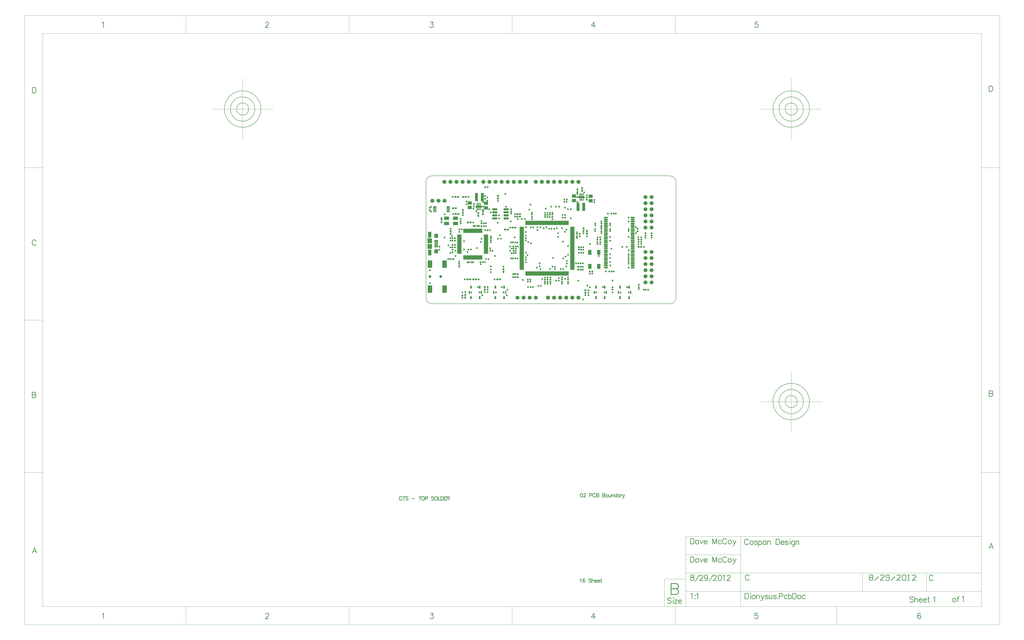
<source format=gts>
%FSLAX25Y25*%
%MOIN*%
G70*
G01*
G75*
G04 Layer_Color=8388736*
%ADD10O,0.06102X0.02165*%
%ADD11R,0.04921X0.01378*%
%ADD12O,0.07087X0.01181*%
%ADD13O,0.01181X0.07087*%
%ADD14R,0.02362X0.03937*%
%ADD15R,0.01772X0.03937*%
%ADD16R,0.07480X0.02835*%
%ADD17R,0.04921X0.07284*%
%ADD18R,0.09843X0.03543*%
%ADD19R,0.00984X0.03150*%
%ADD20R,0.07087X0.11811*%
%ADD21R,0.05118X0.09055*%
%ADD22R,0.07087X0.07480*%
%ADD23R,0.05512X0.06299*%
%ADD24R,0.05315X0.01575*%
%ADD25R,0.07874X0.04724*%
%ADD26R,0.04331X0.12598*%
%ADD27R,0.02953X0.02559*%
%ADD28R,0.02756X0.01969*%
%ADD29R,0.01969X0.02756*%
%ADD30R,0.05906X0.05118*%
%ADD31R,0.02362X0.01969*%
%ADD32R,0.02559X0.02953*%
%ADD33R,0.01969X0.02362*%
%ADD34C,0.00600*%
%ADD35C,0.01000*%
%ADD36C,0.01500*%
%ADD37C,0.02000*%
%ADD38C,0.03000*%
%ADD39C,0.00400*%
%ADD40C,0.00200*%
%ADD41C,0.01400*%
%ADD42C,0.05906*%
%ADD43C,0.03937*%
%ADD44C,0.06000*%
%ADD45C,0.02400*%
%ADD46C,0.04000*%
%ADD47C,0.06416*%
G04:AMPARAMS|DCode=48|XSize=80.157mil|YSize=80.157mil|CornerRadius=0mil|HoleSize=0mil|Usage=FLASHONLY|Rotation=0.000|XOffset=0mil|YOffset=0mil|HoleType=Round|Shape=Relief|Width=8mil|Gap=10mil|Entries=4|*
%AMTHD48*
7,0,0,0.08016,0.06016,0.00800,45*
%
%ADD48THD48*%
%ADD49C,0.08699*%
%ADD50C,0.09487*%
%ADD51C,0.14900*%
%ADD52C,0.06400*%
G04:AMPARAMS|DCode=53|XSize=80mil|YSize=80mil|CornerRadius=0mil|HoleSize=0mil|Usage=FLASHONLY|Rotation=0.000|XOffset=0mil|YOffset=0mil|HoleType=Round|Shape=Relief|Width=8mil|Gap=10mil|Entries=4|*
%AMTHD53*
7,0,0,0.08000,0.06000,0.00800,45*
%
%ADD53THD53*%
G04:AMPARAMS|DCode=54|XSize=50mil|YSize=50mil|CornerRadius=0mil|HoleSize=0mil|Usage=FLASHONLY|Rotation=0.000|XOffset=0mil|YOffset=0mil|HoleType=Round|Shape=Relief|Width=8mil|Gap=10mil|Entries=4|*
%AMTHD54*
7,0,0,0.05000,0.03000,0.00800,45*
%
%ADD54THD54*%
%ADD55C,0.03400*%
%ADD56C,0.00984*%
%ADD57C,0.02362*%
%ADD58C,0.00787*%
%ADD59C,0.00394*%
%ADD60O,0.06702X0.02765*%
%ADD61R,0.05521X0.01978*%
%ADD62O,0.07687X0.01781*%
%ADD63O,0.01781X0.07687*%
%ADD64R,0.02962X0.04537*%
%ADD65R,0.02372X0.04537*%
%ADD66R,0.08080X0.03435*%
%ADD67R,0.05521X0.07883*%
%ADD68R,0.10394X0.04095*%
%ADD69R,0.01535X0.03701*%
%ADD70R,0.07687X0.12411*%
%ADD71R,0.05718X0.09655*%
%ADD72R,0.07687X0.08080*%
%ADD73R,0.06112X0.06899*%
%ADD74R,0.05915X0.02175*%
%ADD75R,0.08474X0.05324*%
%ADD76R,0.04931X0.13198*%
%ADD77R,0.03553X0.03159*%
%ADD78R,0.03356X0.02569*%
%ADD79R,0.02569X0.03356*%
%ADD80R,0.06506X0.05718*%
%ADD81R,0.02962X0.02569*%
%ADD82R,0.03159X0.03553*%
%ADD83R,0.02569X0.02962*%
%ADD84C,0.06506*%
%ADD85C,0.04537*%
%ADD86C,0.00300*%
%ADD87C,0.06600*%
%ADD88C,0.03000*%
D34*
X610000Y-160000D02*
G03*
X610000Y-160000I-10000J0D01*
G01*
X620000D02*
G03*
X620000Y-160000I-20000J0D01*
G01*
X630000D02*
G03*
X630000Y-160000I-30000J0D01*
G01*
X610000Y320000D02*
G03*
X610000Y320000I-10000J0D01*
G01*
X620000D02*
G03*
X620000Y320000I-20000J0D01*
G01*
X630000D02*
G03*
X630000Y320000I-30000J0D01*
G01*
X-290000D02*
G03*
X-290000Y320000I-10000J0D01*
G01*
X-280000D02*
G03*
X-280000Y320000I-20000J0D01*
G01*
X-270000D02*
G03*
X-270000Y320000I-30000J0D01*
G01*
X800Y10400D02*
G03*
X10800Y400I10000J0D01*
G01*
Y210400D02*
G03*
X800Y200400I0J-10000D01*
G01*
X410800D02*
G03*
X400800Y210400I-10000J0D01*
G01*
Y400D02*
G03*
X410800Y10400I0J10000D01*
G01*
X800D02*
Y200400D01*
X10800Y400D02*
X400800D01*
X410800Y10400D02*
Y200400D01*
X10800Y210400D02*
X400800D01*
D35*
X-38940Y-317064D02*
X-39226Y-316492D01*
X-39797Y-315921D01*
X-40369Y-315635D01*
X-41511D01*
X-42083Y-315921D01*
X-42654Y-316492D01*
X-42940Y-317064D01*
X-43225Y-317920D01*
Y-319349D01*
X-42940Y-320206D01*
X-42654Y-320777D01*
X-42083Y-321348D01*
X-41511Y-321634D01*
X-40369D01*
X-39797Y-321348D01*
X-39226Y-320777D01*
X-38940Y-320206D01*
Y-319349D01*
X-40369D02*
X-38940D01*
X-35570Y-315635D02*
Y-321634D01*
X-37569Y-315635D02*
X-33570D01*
X-28857Y-316492D02*
X-29428Y-315921D01*
X-30285Y-315635D01*
X-31428D01*
X-32285Y-315921D01*
X-32856Y-316492D01*
Y-317064D01*
X-32570Y-317635D01*
X-32285Y-317920D01*
X-31713Y-318206D01*
X-30000Y-318777D01*
X-29428Y-319063D01*
X-29142Y-319349D01*
X-28857Y-319920D01*
Y-320777D01*
X-29428Y-321348D01*
X-30285Y-321634D01*
X-31428D01*
X-32285Y-321348D01*
X-32856Y-320777D01*
X-22801Y-319063D02*
X-17659D01*
X-9175Y-315635D02*
Y-321634D01*
X-11175Y-315635D02*
X-7176D01*
X-4748D02*
X-5319Y-315921D01*
X-5890Y-316492D01*
X-6176Y-317064D01*
X-6462Y-317920D01*
Y-319349D01*
X-6176Y-320206D01*
X-5890Y-320777D01*
X-5319Y-321348D01*
X-4748Y-321634D01*
X-3605D01*
X-3034Y-321348D01*
X-2462Y-320777D01*
X-2177Y-320206D01*
X-1891Y-319349D01*
Y-317920D01*
X-2177Y-317064D01*
X-2462Y-316492D01*
X-3034Y-315921D01*
X-3605Y-315635D01*
X-4748D01*
X-491Y-318777D02*
X2079D01*
X2936Y-318492D01*
X3222Y-318206D01*
X3508Y-317635D01*
Y-316778D01*
X3222Y-316207D01*
X2936Y-315921D01*
X2079Y-315635D01*
X-491D01*
Y-321634D01*
X13563Y-316492D02*
X12991Y-315921D01*
X12134Y-315635D01*
X10992D01*
X10135Y-315921D01*
X9563Y-316492D01*
Y-317064D01*
X9849Y-317635D01*
X10135Y-317920D01*
X10706Y-318206D01*
X12420Y-318777D01*
X12991Y-319063D01*
X13277Y-319349D01*
X13563Y-319920D01*
Y-320777D01*
X12991Y-321348D01*
X12134Y-321634D01*
X10992D01*
X10135Y-321348D01*
X9563Y-320777D01*
X16619Y-315635D02*
X16048Y-315921D01*
X15476Y-316492D01*
X15191Y-317064D01*
X14905Y-317920D01*
Y-319349D01*
X15191Y-320206D01*
X15476Y-320777D01*
X16048Y-321348D01*
X16619Y-321634D01*
X17762D01*
X18333Y-321348D01*
X18904Y-320777D01*
X19190Y-320206D01*
X19476Y-319349D01*
Y-317920D01*
X19190Y-317064D01*
X18904Y-316492D01*
X18333Y-315921D01*
X17762Y-315635D01*
X16619D01*
X20875D02*
Y-321634D01*
X24303D01*
X24960Y-315635D02*
Y-321634D01*
Y-315635D02*
X26960D01*
X27817Y-315921D01*
X28388Y-316492D01*
X28674Y-317064D01*
X28959Y-317920D01*
Y-319349D01*
X28674Y-320206D01*
X28388Y-320777D01*
X27817Y-321348D01*
X26960Y-321634D01*
X24960D01*
X34015Y-315635D02*
X30302D01*
Y-321634D01*
X34015D01*
X30302Y-318492D02*
X32587D01*
X35015Y-315635D02*
Y-321634D01*
Y-315635D02*
X37586D01*
X38443Y-315921D01*
X38729Y-316207D01*
X39014Y-316778D01*
Y-317349D01*
X38729Y-317920D01*
X38443Y-318206D01*
X37586Y-318492D01*
X35015D01*
X37015D02*
X39014Y-321634D01*
X255214Y-310501D02*
X254357Y-310787D01*
X253786Y-311644D01*
X253500Y-313072D01*
Y-313929D01*
X253786Y-315357D01*
X254357Y-316214D01*
X255214Y-316500D01*
X255785D01*
X256642Y-316214D01*
X257213Y-315357D01*
X257499Y-313929D01*
Y-313072D01*
X257213Y-311644D01*
X256642Y-310787D01*
X255785Y-310501D01*
X255214D01*
X259127Y-311930D02*
Y-311644D01*
X259413Y-311073D01*
X259699Y-310787D01*
X260270Y-310501D01*
X261413D01*
X261984Y-310787D01*
X262269Y-311073D01*
X262555Y-311644D01*
Y-312215D01*
X262269Y-312787D01*
X261698Y-313644D01*
X258842Y-316500D01*
X262841D01*
X268897Y-313644D02*
X271468D01*
X272324Y-313358D01*
X272610Y-313072D01*
X272896Y-312501D01*
Y-311644D01*
X272610Y-311073D01*
X272324Y-310787D01*
X271468Y-310501D01*
X268897D01*
Y-316500D01*
X278523Y-311930D02*
X278238Y-311358D01*
X277666Y-310787D01*
X277095Y-310501D01*
X275952D01*
X275381Y-310787D01*
X274810Y-311358D01*
X274524Y-311930D01*
X274238Y-312787D01*
Y-314215D01*
X274524Y-315072D01*
X274810Y-315643D01*
X275381Y-316214D01*
X275952Y-316500D01*
X277095D01*
X277666Y-316214D01*
X278238Y-315643D01*
X278523Y-315072D01*
X280209Y-310501D02*
Y-316500D01*
Y-310501D02*
X282779D01*
X283636Y-310787D01*
X283922Y-311073D01*
X284208Y-311644D01*
Y-312215D01*
X283922Y-312787D01*
X283636Y-313072D01*
X282779Y-313358D01*
X280209D02*
X282779D01*
X283636Y-313644D01*
X283922Y-313929D01*
X284208Y-314500D01*
Y-315357D01*
X283922Y-315929D01*
X283636Y-316214D01*
X282779Y-316500D01*
X280209D01*
X290264Y-310501D02*
Y-316500D01*
Y-310501D02*
X292834D01*
X293691Y-310787D01*
X293977Y-311073D01*
X294263Y-311644D01*
Y-312215D01*
X293977Y-312787D01*
X293691Y-313072D01*
X292834Y-313358D01*
X290264D02*
X292834D01*
X293691Y-313644D01*
X293977Y-313929D01*
X294263Y-314500D01*
Y-315357D01*
X293977Y-315929D01*
X293691Y-316214D01*
X292834Y-316500D01*
X290264D01*
X297034Y-312501D02*
X296462Y-312787D01*
X295891Y-313358D01*
X295605Y-314215D01*
Y-314786D01*
X295891Y-315643D01*
X296462Y-316214D01*
X297034Y-316500D01*
X297890D01*
X298462Y-316214D01*
X299033Y-315643D01*
X299319Y-314786D01*
Y-314215D01*
X299033Y-313358D01*
X298462Y-312787D01*
X297890Y-312501D01*
X297034D01*
X300633D02*
Y-315357D01*
X300918Y-316214D01*
X301490Y-316500D01*
X302347D01*
X302918Y-316214D01*
X303775Y-315357D01*
Y-312501D02*
Y-316500D01*
X305346Y-312501D02*
Y-316500D01*
Y-313644D02*
X306203Y-312787D01*
X306774Y-312501D01*
X307631D01*
X308203Y-312787D01*
X308488Y-313644D01*
Y-316500D01*
X313487Y-310501D02*
Y-316500D01*
Y-313358D02*
X312916Y-312787D01*
X312345Y-312501D01*
X311488D01*
X310916Y-312787D01*
X310345Y-313358D01*
X310059Y-314215D01*
Y-314786D01*
X310345Y-315643D01*
X310916Y-316214D01*
X311488Y-316500D01*
X312345D01*
X312916Y-316214D01*
X313487Y-315643D01*
X318515Y-312501D02*
Y-316500D01*
Y-313358D02*
X317943Y-312787D01*
X317372Y-312501D01*
X316515D01*
X315944Y-312787D01*
X315372Y-313358D01*
X315087Y-314215D01*
Y-314786D01*
X315372Y-315643D01*
X315944Y-316214D01*
X316515Y-316500D01*
X317372D01*
X317943Y-316214D01*
X318515Y-315643D01*
X320114Y-312501D02*
Y-316500D01*
Y-314215D02*
X320400Y-313358D01*
X320971Y-312787D01*
X321543Y-312501D01*
X322399D01*
X323228D02*
X324942Y-316500D01*
X326656Y-312501D02*
X324942Y-316500D01*
X324371Y-317643D01*
X323799Y-318214D01*
X323228Y-318500D01*
X322942D01*
X924500Y-142002D02*
Y-151000D01*
Y-142002D02*
X928356D01*
X929642Y-142430D01*
X930070Y-142859D01*
X930499Y-143716D01*
Y-144573D01*
X930070Y-145430D01*
X929642Y-145858D01*
X928356Y-146287D01*
X924500D02*
X928356D01*
X929642Y-146715D01*
X930070Y-147144D01*
X930499Y-148001D01*
Y-149286D01*
X930070Y-150143D01*
X929642Y-150572D01*
X928356Y-151000D01*
X924500D01*
X-638144Y-408500D02*
X-641572Y-399502D01*
X-645000Y-408500D01*
X-643715Y-405501D02*
X-639430D01*
X-645500Y-144502D02*
Y-153500D01*
Y-144502D02*
X-641644D01*
X-640358Y-144930D01*
X-639930Y-145359D01*
X-639501Y-146216D01*
Y-147073D01*
X-639930Y-147930D01*
X-640358Y-148358D01*
X-641644Y-148787D01*
X-645500D02*
X-641644D01*
X-640358Y-149215D01*
X-639930Y-149644D01*
X-639501Y-150501D01*
Y-151786D01*
X-639930Y-152643D01*
X-640358Y-153071D01*
X-641644Y-153500D01*
X-645500D01*
X-639073Y103356D02*
X-639501Y104213D01*
X-640358Y105070D01*
X-641215Y105498D01*
X-642929D01*
X-643786Y105070D01*
X-644643Y104213D01*
X-645072Y103356D01*
X-645500Y102070D01*
Y99928D01*
X-645072Y98642D01*
X-644643Y97785D01*
X-643786Y96929D01*
X-642929Y96500D01*
X-641215D01*
X-640358Y96929D01*
X-639501Y97785D01*
X-639073Y98642D01*
X-645000Y355498D02*
Y346500D01*
Y355498D02*
X-642001D01*
X-640715Y355070D01*
X-639858Y354213D01*
X-639430Y353356D01*
X-639001Y352070D01*
Y349928D01*
X-639430Y348642D01*
X-639858Y347785D01*
X-640715Y346929D01*
X-642001Y346500D01*
X-645000D01*
X812142Y-508287D02*
X811713Y-507430D01*
X810428Y-507002D01*
X809571D01*
X808285Y-507430D01*
X807428Y-508716D01*
X807000Y-510858D01*
Y-513001D01*
X807428Y-514715D01*
X808285Y-515571D01*
X809571Y-516000D01*
X809999D01*
X811285Y-515571D01*
X812142Y-514715D01*
X812570Y-513429D01*
Y-513001D01*
X812142Y-511715D01*
X811285Y-510858D01*
X809999Y-510430D01*
X809571D01*
X808285Y-510858D01*
X807428Y-511715D01*
X807000Y-513001D01*
X524000Y-474502D02*
Y-483500D01*
Y-474502D02*
X526999D01*
X528285Y-474930D01*
X529142Y-475787D01*
X529570Y-476644D01*
X529999Y-477930D01*
Y-480072D01*
X529570Y-481358D01*
X529142Y-482215D01*
X528285Y-483072D01*
X526999Y-483500D01*
X524000D01*
X532869Y-474502D02*
X533298Y-474930D01*
X533727Y-474502D01*
X533298Y-474073D01*
X532869Y-474502D01*
X533298Y-477501D02*
Y-483500D01*
X537454Y-477501D02*
X536597Y-477930D01*
X535740Y-478787D01*
X535312Y-480072D01*
Y-480929D01*
X535740Y-482215D01*
X536597Y-483072D01*
X537454Y-483500D01*
X538740D01*
X539597Y-483072D01*
X540454Y-482215D01*
X540882Y-480929D01*
Y-480072D01*
X540454Y-478787D01*
X539597Y-477930D01*
X538740Y-477501D01*
X537454D01*
X542853D02*
Y-483500D01*
Y-479215D02*
X544138Y-477930D01*
X544995Y-477501D01*
X546281D01*
X547138Y-477930D01*
X547566Y-479215D01*
Y-483500D01*
X550351Y-477501D02*
X552922Y-483500D01*
X555493Y-477501D02*
X552922Y-483500D01*
X552065Y-485214D01*
X551208Y-486071D01*
X550351Y-486499D01*
X549923D01*
X561706Y-478787D02*
X561278Y-477930D01*
X559992Y-477501D01*
X558707D01*
X557421Y-477930D01*
X556993Y-478787D01*
X557421Y-479644D01*
X558278Y-480072D01*
X560421Y-480501D01*
X561278Y-480929D01*
X561706Y-481786D01*
Y-482215D01*
X561278Y-483072D01*
X559992Y-483500D01*
X558707D01*
X557421Y-483072D01*
X556993Y-482215D01*
X563591Y-477501D02*
Y-481786D01*
X564020Y-483072D01*
X564877Y-483500D01*
X566162D01*
X567019Y-483072D01*
X568305Y-481786D01*
Y-477501D02*
Y-483500D01*
X575375Y-478787D02*
X574946Y-477930D01*
X573661Y-477501D01*
X572375D01*
X571090Y-477930D01*
X570661Y-478787D01*
X571090Y-479644D01*
X571947Y-480072D01*
X574089Y-480501D01*
X574946Y-480929D01*
X575375Y-481786D01*
Y-482215D01*
X574946Y-483072D01*
X573661Y-483500D01*
X572375D01*
X571090Y-483072D01*
X570661Y-482215D01*
X577689Y-482643D02*
X577260Y-483072D01*
X577689Y-483500D01*
X578117Y-483072D01*
X577689Y-482643D01*
X580088Y-479215D02*
X583944D01*
X585230Y-478787D01*
X585658Y-478358D01*
X586087Y-477501D01*
Y-476216D01*
X585658Y-475359D01*
X585230Y-474930D01*
X583944Y-474502D01*
X580088D01*
Y-483500D01*
X593242Y-478787D02*
X592385Y-477930D01*
X591528Y-477501D01*
X590243D01*
X589386Y-477930D01*
X588529Y-478787D01*
X588101Y-480072D01*
Y-480929D01*
X588529Y-482215D01*
X589386Y-483072D01*
X590243Y-483500D01*
X591528D01*
X592385Y-483072D01*
X593242Y-482215D01*
X595170Y-474502D02*
Y-483500D01*
Y-478787D02*
X596027Y-477930D01*
X596884Y-477501D01*
X598170D01*
X599027Y-477930D01*
X599884Y-478787D01*
X600312Y-480072D01*
Y-480929D01*
X599884Y-482215D01*
X599027Y-483072D01*
X598170Y-483500D01*
X596884D01*
X596027Y-483072D01*
X595170Y-482215D01*
X602240Y-474502D02*
Y-483500D01*
Y-474502D02*
X605240D01*
X606525Y-474930D01*
X607382Y-475787D01*
X607811Y-476644D01*
X608239Y-477930D01*
Y-480072D01*
X607811Y-481358D01*
X607382Y-482215D01*
X606525Y-483072D01*
X605240Y-483500D01*
X602240D01*
X612395Y-477501D02*
X611538Y-477930D01*
X610681Y-478787D01*
X610253Y-480072D01*
Y-480929D01*
X610681Y-482215D01*
X611538Y-483072D01*
X612395Y-483500D01*
X613681D01*
X614538Y-483072D01*
X615395Y-482215D01*
X615823Y-480929D01*
Y-480072D01*
X615395Y-478787D01*
X614538Y-477930D01*
X613681Y-477501D01*
X612395D01*
X622936Y-478787D02*
X622079Y-477930D01*
X621222Y-477501D01*
X619937D01*
X619080Y-477930D01*
X618223Y-478787D01*
X617794Y-480072D01*
Y-480929D01*
X618223Y-482215D01*
X619080Y-483072D01*
X619937Y-483500D01*
X621222D01*
X622079Y-483072D01*
X622936Y-482215D01*
X435000Y-476216D02*
X435857Y-475787D01*
X437142Y-474502D01*
Y-483500D01*
X442027Y-477501D02*
X441599Y-477930D01*
X442027Y-478358D01*
X442456Y-477930D01*
X442027Y-477501D01*
Y-482643D02*
X441599Y-483072D01*
X442027Y-483500D01*
X442456Y-483072D01*
X442027Y-482643D01*
X444427Y-476216D02*
X445284Y-475787D01*
X446569Y-474502D01*
Y-483500D01*
X402999Y-483287D02*
X402142Y-482430D01*
X400856Y-482002D01*
X399142D01*
X397857Y-482430D01*
X397000Y-483287D01*
Y-484144D01*
X397428Y-485001D01*
X397857Y-485430D01*
X398714Y-485858D01*
X401285Y-486715D01*
X402142Y-487144D01*
X402570Y-487572D01*
X402999Y-488429D01*
Y-489715D01*
X402142Y-490571D01*
X400856Y-491000D01*
X399142D01*
X397857Y-490571D01*
X397000Y-489715D01*
X405869Y-482002D02*
X406298Y-482430D01*
X406727Y-482002D01*
X406298Y-481573D01*
X405869Y-482002D01*
X406298Y-485001D02*
Y-491000D01*
X413025Y-485001D02*
X408312Y-491000D01*
Y-485001D02*
X413025D01*
X408312Y-491000D02*
X413025D01*
X414911Y-487572D02*
X420052D01*
Y-486715D01*
X419624Y-485858D01*
X419195Y-485430D01*
X418338Y-485001D01*
X417053D01*
X416196Y-485430D01*
X415339Y-486287D01*
X414911Y-487572D01*
Y-488429D01*
X415339Y-489715D01*
X416196Y-490571D01*
X417053Y-491000D01*
X418338D01*
X419195Y-490571D01*
X420052Y-489715D01*
X436642Y-444502D02*
X435357Y-444930D01*
X434929Y-445787D01*
Y-446644D01*
X435357Y-447501D01*
X436214Y-447930D01*
X437928Y-448358D01*
X439213Y-448787D01*
X440070Y-449644D01*
X440499Y-450501D01*
Y-451786D01*
X440070Y-452643D01*
X439642Y-453071D01*
X438356Y-453500D01*
X436642D01*
X435357Y-453071D01*
X434929Y-452643D01*
X434500Y-451786D01*
Y-450501D01*
X434929Y-449644D01*
X435785Y-448787D01*
X437071Y-448358D01*
X438785Y-447930D01*
X439642Y-447501D01*
X440070Y-446644D01*
Y-445787D01*
X439642Y-444930D01*
X438356Y-444502D01*
X436642D01*
X442513Y-454785D02*
X448511Y-444502D01*
X449540Y-446644D02*
Y-446216D01*
X449968Y-445359D01*
X450397Y-444930D01*
X451254Y-444502D01*
X452968D01*
X453824Y-444930D01*
X454253Y-445359D01*
X454681Y-446216D01*
Y-447073D01*
X454253Y-447930D01*
X453396Y-449215D01*
X449111Y-453500D01*
X455110D01*
X462694Y-447501D02*
X462265Y-448787D01*
X461409Y-449644D01*
X460123Y-450072D01*
X459695D01*
X458409Y-449644D01*
X457552Y-448787D01*
X457124Y-447501D01*
Y-447073D01*
X457552Y-445787D01*
X458409Y-444930D01*
X459695Y-444502D01*
X460123D01*
X461409Y-444930D01*
X462265Y-445787D01*
X462694Y-447501D01*
Y-449644D01*
X462265Y-451786D01*
X461409Y-453071D01*
X460123Y-453500D01*
X459266D01*
X457981Y-453071D01*
X457552Y-452215D01*
X465136Y-454785D02*
X471135Y-444502D01*
X472163Y-446644D02*
Y-446216D01*
X472592Y-445359D01*
X473020Y-444930D01*
X473877Y-444502D01*
X475591D01*
X476448Y-444930D01*
X476877Y-445359D01*
X477305Y-446216D01*
Y-447073D01*
X476877Y-447930D01*
X476020Y-449215D01*
X471735Y-453500D01*
X477734D01*
X482318Y-444502D02*
X481033Y-444930D01*
X480176Y-446216D01*
X479747Y-448358D01*
Y-449644D01*
X480176Y-451786D01*
X481033Y-453071D01*
X482318Y-453500D01*
X483175D01*
X484461Y-453071D01*
X485318Y-451786D01*
X485746Y-449644D01*
Y-448358D01*
X485318Y-446216D01*
X484461Y-444930D01*
X483175Y-444502D01*
X482318D01*
X487760Y-446216D02*
X488617Y-445787D01*
X489902Y-444502D01*
Y-453500D01*
X494787Y-446644D02*
Y-446216D01*
X495216Y-445359D01*
X495644Y-444930D01*
X496501Y-444502D01*
X498215D01*
X499072Y-444930D01*
X499500Y-445359D01*
X499929Y-446216D01*
Y-447073D01*
X499500Y-447930D01*
X498643Y-449215D01*
X494359Y-453500D01*
X500357D01*
X434500Y-414502D02*
Y-423500D01*
Y-414502D02*
X437499D01*
X438785Y-414930D01*
X439642Y-415787D01*
X440070Y-416644D01*
X440499Y-417930D01*
Y-420072D01*
X440070Y-421358D01*
X439642Y-422215D01*
X438785Y-423071D01*
X437499Y-423500D01*
X434500D01*
X447654Y-417501D02*
Y-423500D01*
Y-418787D02*
X446797Y-417930D01*
X445940Y-417501D01*
X444655D01*
X443798Y-417930D01*
X442941Y-418787D01*
X442513Y-420072D01*
Y-420929D01*
X442941Y-422215D01*
X443798Y-423071D01*
X444655Y-423500D01*
X445940D01*
X446797Y-423071D01*
X447654Y-422215D01*
X450054Y-417501D02*
X452625Y-423500D01*
X455196Y-417501D02*
X452625Y-423500D01*
X456652Y-420072D02*
X461794D01*
Y-419215D01*
X461366Y-418358D01*
X460937Y-417930D01*
X460080Y-417501D01*
X458795D01*
X457938Y-417930D01*
X457081Y-418787D01*
X456652Y-420072D01*
Y-420929D01*
X457081Y-422215D01*
X457938Y-423071D01*
X458795Y-423500D01*
X460080D01*
X460937Y-423071D01*
X461794Y-422215D01*
X470792Y-414502D02*
Y-423500D01*
Y-414502D02*
X474220Y-423500D01*
X477648Y-414502D02*
X474220Y-423500D01*
X477648Y-414502D02*
Y-423500D01*
X485360Y-418787D02*
X484504Y-417930D01*
X483647Y-417501D01*
X482361D01*
X481504Y-417930D01*
X480647Y-418787D01*
X480219Y-420072D01*
Y-420929D01*
X480647Y-422215D01*
X481504Y-423071D01*
X482361Y-423500D01*
X483647D01*
X484504Y-423071D01*
X485360Y-422215D01*
X493716Y-416644D02*
X493287Y-415787D01*
X492430Y-414930D01*
X491573Y-414502D01*
X489860D01*
X489003Y-414930D01*
X488146Y-415787D01*
X487717Y-416644D01*
X487289Y-417930D01*
Y-420072D01*
X487717Y-421358D01*
X488146Y-422215D01*
X489003Y-423071D01*
X489860Y-423500D01*
X491573D01*
X492430Y-423071D01*
X493287Y-422215D01*
X493716Y-421358D01*
X498386Y-417501D02*
X497529Y-417930D01*
X496672Y-418787D01*
X496244Y-420072D01*
Y-420929D01*
X496672Y-422215D01*
X497529Y-423071D01*
X498386Y-423500D01*
X499672D01*
X500529Y-423071D01*
X501386Y-422215D01*
X501814Y-420929D01*
Y-420072D01*
X501386Y-418787D01*
X500529Y-417930D01*
X499672Y-417501D01*
X498386D01*
X504214D02*
X506784Y-423500D01*
X509355Y-417501D02*
X506784Y-423500D01*
X505928Y-425214D01*
X505071Y-426071D01*
X504214Y-426499D01*
X503785D01*
X434500Y-384502D02*
Y-393500D01*
Y-384502D02*
X437499D01*
X438785Y-384930D01*
X439642Y-385787D01*
X440070Y-386644D01*
X440499Y-387930D01*
Y-390072D01*
X440070Y-391358D01*
X439642Y-392215D01*
X438785Y-393072D01*
X437499Y-393500D01*
X434500D01*
X447654Y-387501D02*
Y-393500D01*
Y-388787D02*
X446797Y-387930D01*
X445940Y-387501D01*
X444655D01*
X443798Y-387930D01*
X442941Y-388787D01*
X442513Y-390072D01*
Y-390929D01*
X442941Y-392215D01*
X443798Y-393072D01*
X444655Y-393500D01*
X445940D01*
X446797Y-393072D01*
X447654Y-392215D01*
X450054Y-387501D02*
X452625Y-393500D01*
X455196Y-387501D02*
X452625Y-393500D01*
X456652Y-390072D02*
X461794D01*
Y-389215D01*
X461366Y-388358D01*
X460937Y-387930D01*
X460080Y-387501D01*
X458795D01*
X457938Y-387930D01*
X457081Y-388787D01*
X456652Y-390072D01*
Y-390929D01*
X457081Y-392215D01*
X457938Y-393072D01*
X458795Y-393500D01*
X460080D01*
X460937Y-393072D01*
X461794Y-392215D01*
X470792Y-384502D02*
Y-393500D01*
Y-384502D02*
X474220Y-393500D01*
X477648Y-384502D02*
X474220Y-393500D01*
X477648Y-384502D02*
Y-393500D01*
X485360Y-388787D02*
X484504Y-387930D01*
X483647Y-387501D01*
X482361D01*
X481504Y-387930D01*
X480647Y-388787D01*
X480219Y-390072D01*
Y-390929D01*
X480647Y-392215D01*
X481504Y-393072D01*
X482361Y-393500D01*
X483647D01*
X484504Y-393072D01*
X485360Y-392215D01*
X493716Y-386644D02*
X493287Y-385787D01*
X492430Y-384930D01*
X491573Y-384502D01*
X489860D01*
X489003Y-384930D01*
X488146Y-385787D01*
X487717Y-386644D01*
X487289Y-387930D01*
Y-390072D01*
X487717Y-391358D01*
X488146Y-392215D01*
X489003Y-393072D01*
X489860Y-393500D01*
X491573D01*
X492430Y-393072D01*
X493287Y-392215D01*
X493716Y-391358D01*
X498386Y-387501D02*
X497529Y-387930D01*
X496672Y-388787D01*
X496244Y-390072D01*
Y-390929D01*
X496672Y-392215D01*
X497529Y-393072D01*
X498386Y-393500D01*
X499672D01*
X500529Y-393072D01*
X501386Y-392215D01*
X501814Y-390929D01*
Y-390072D01*
X501386Y-388787D01*
X500529Y-387930D01*
X499672Y-387501D01*
X498386D01*
X504214D02*
X506784Y-393500D01*
X509355Y-387501D02*
X506784Y-393500D01*
X505928Y-395214D01*
X505071Y-396071D01*
X504214Y-396499D01*
X503785D01*
X866642Y-482501D02*
X865785Y-482930D01*
X864929Y-483787D01*
X864500Y-485072D01*
Y-485929D01*
X864929Y-487215D01*
X865785Y-488071D01*
X866642Y-488500D01*
X867928D01*
X868785Y-488071D01*
X869642Y-487215D01*
X870070Y-485929D01*
Y-485072D01*
X869642Y-483787D01*
X868785Y-482930D01*
X867928Y-482501D01*
X866642D01*
X875469Y-479502D02*
X874612D01*
X873755Y-479930D01*
X873327Y-481216D01*
Y-488500D01*
X872041Y-482501D02*
X875041D01*
X800499Y-481287D02*
X799642Y-480430D01*
X798356Y-480002D01*
X796642D01*
X795357Y-480430D01*
X794500Y-481287D01*
Y-482144D01*
X794929Y-483001D01*
X795357Y-483430D01*
X796214Y-483858D01*
X798785Y-484715D01*
X799642Y-485144D01*
X800070Y-485572D01*
X800499Y-486429D01*
Y-487715D01*
X799642Y-488572D01*
X798356Y-489000D01*
X796642D01*
X795357Y-488572D01*
X794500Y-487715D01*
X802513Y-480002D02*
Y-489000D01*
Y-484715D02*
X803798Y-483430D01*
X804655Y-483001D01*
X805940D01*
X806797Y-483430D01*
X807226Y-484715D01*
Y-489000D01*
X809583Y-485572D02*
X814724D01*
Y-484715D01*
X814296Y-483858D01*
X813867Y-483430D01*
X813010Y-483001D01*
X811725D01*
X810868Y-483430D01*
X810011Y-484287D01*
X809583Y-485572D01*
Y-486429D01*
X810011Y-487715D01*
X810868Y-488572D01*
X811725Y-489000D01*
X813010D01*
X813867Y-488572D01*
X814724Y-487715D01*
X816652Y-485572D02*
X821794D01*
Y-484715D01*
X821366Y-483858D01*
X820937Y-483430D01*
X820080Y-483001D01*
X818795D01*
X817938Y-483430D01*
X817081Y-484287D01*
X816652Y-485572D01*
Y-486429D01*
X817081Y-487715D01*
X817938Y-488572D01*
X818795Y-489000D01*
X820080D01*
X820937Y-488572D01*
X821794Y-487715D01*
X825008Y-480002D02*
Y-487286D01*
X825436Y-488572D01*
X826293Y-489000D01*
X827150D01*
X823722Y-483001D02*
X826722D01*
X530927Y-446144D02*
X530499Y-445287D01*
X529642Y-444430D01*
X528785Y-444002D01*
X527071D01*
X526214Y-444430D01*
X525357Y-445287D01*
X524929Y-446144D01*
X524500Y-447430D01*
Y-449572D01*
X524929Y-450858D01*
X525357Y-451715D01*
X526214Y-452571D01*
X527071Y-453000D01*
X528785D01*
X529642Y-452571D01*
X530499Y-451715D01*
X530927Y-450858D01*
X728000Y-445502D02*
X729499Y-444003D01*
X732499D01*
X733998Y-445502D01*
Y-447002D01*
X732499Y-448501D01*
X733998Y-450001D01*
Y-451501D01*
X732499Y-453000D01*
X729499D01*
X728000Y-451501D01*
Y-450001D01*
X729499Y-448501D01*
X728000Y-447002D01*
Y-445502D01*
X729499Y-448501D02*
X732499D01*
X736997Y-453000D02*
X742995Y-447002D01*
X751992Y-453000D02*
X745994D01*
X751992Y-447002D01*
Y-445502D01*
X750493Y-444003D01*
X747494D01*
X745994Y-445502D01*
X754991Y-451501D02*
X756491Y-453000D01*
X759490D01*
X760989Y-451501D01*
Y-445502D01*
X759490Y-444003D01*
X756491D01*
X754991Y-445502D01*
Y-447002D01*
X756491Y-448501D01*
X760989D01*
X763988Y-453000D02*
X769986Y-447002D01*
X778983Y-453000D02*
X772986D01*
X778983Y-447002D01*
Y-445502D01*
X777484Y-444003D01*
X774485D01*
X772986Y-445502D01*
X781983D02*
X783482Y-444003D01*
X786481D01*
X787981Y-445502D01*
Y-451501D01*
X786481Y-453000D01*
X783482D01*
X781983Y-451501D01*
Y-445502D01*
X790980Y-453000D02*
X793979D01*
X792479D01*
Y-444003D01*
X790980Y-445502D01*
X804475Y-453000D02*
X798477D01*
X804475Y-447002D01*
Y-445502D01*
X802976Y-444003D01*
X799977D01*
X798477Y-445502D01*
X544642Y-507002D02*
X540357D01*
X539928Y-510858D01*
X540357Y-510430D01*
X541642Y-510001D01*
X542928D01*
X544213Y-510430D01*
X545070Y-511287D01*
X545499Y-512572D01*
Y-513429D01*
X545070Y-514715D01*
X544213Y-515571D01*
X542928Y-516000D01*
X541642D01*
X540357Y-515571D01*
X539928Y-515143D01*
X539500Y-514286D01*
X276285Y-507002D02*
X272000Y-513001D01*
X278427D01*
X276285Y-507002D02*
Y-516000D01*
X7857Y-507002D02*
X12570D01*
X9999Y-510430D01*
X11285D01*
X12142Y-510858D01*
X12570Y-511287D01*
X12999Y-512572D01*
Y-513429D01*
X12570Y-514715D01*
X11713Y-515571D01*
X10428Y-516000D01*
X9142D01*
X7857Y-515571D01*
X7429Y-515143D01*
X7000Y-514286D01*
X-262572Y-509144D02*
Y-508716D01*
X-262143Y-507859D01*
X-261715Y-507430D01*
X-260858Y-507002D01*
X-259144D01*
X-258287Y-507430D01*
X-257858Y-507859D01*
X-257430Y-508716D01*
Y-509573D01*
X-257858Y-510430D01*
X-258715Y-511715D01*
X-263000Y-516000D01*
X-257001D01*
X-530500Y-508716D02*
X-529643Y-508287D01*
X-528358Y-507002D01*
Y-516000D01*
X545142Y462998D02*
X540857D01*
X540428Y459142D01*
X540857Y459570D01*
X542142Y459999D01*
X543428D01*
X544713Y459570D01*
X545570Y458713D01*
X545999Y457428D01*
Y456571D01*
X545570Y455285D01*
X544713Y454428D01*
X543428Y454000D01*
X542142D01*
X540857Y454428D01*
X540428Y454857D01*
X540000Y455714D01*
X276285Y462998D02*
X272000Y456999D01*
X278427D01*
X276285Y462998D02*
Y454000D01*
X7857Y462998D02*
X12570D01*
X9999Y459570D01*
X11285D01*
X12142Y459142D01*
X12570Y458713D01*
X12999Y457428D01*
Y456571D01*
X12570Y455285D01*
X11713Y454428D01*
X10428Y454000D01*
X9142D01*
X7857Y454428D01*
X7429Y454857D01*
X7000Y455714D01*
X-262572Y460856D02*
Y461284D01*
X-262143Y462141D01*
X-261715Y462570D01*
X-260858Y462998D01*
X-259144D01*
X-258287Y462570D01*
X-257858Y462141D01*
X-257430Y461284D01*
Y460427D01*
X-257858Y459570D01*
X-258715Y458285D01*
X-263000Y454000D01*
X-257001D01*
X931356Y-401000D02*
X927928Y-392002D01*
X924500Y-401000D01*
X925785Y-398001D02*
X930070D01*
X529549Y-387581D02*
X529121Y-386724D01*
X528264Y-385867D01*
X527407Y-385439D01*
X525693D01*
X524836Y-385867D01*
X523979Y-386724D01*
X523551Y-387581D01*
X523122Y-388867D01*
Y-391009D01*
X523551Y-392295D01*
X523979Y-393152D01*
X524836Y-394008D01*
X525693Y-394437D01*
X527407D01*
X528264Y-394008D01*
X529121Y-393152D01*
X529549Y-392295D01*
X534220Y-388438D02*
X533363Y-388867D01*
X532506Y-389724D01*
X532077Y-391009D01*
Y-391866D01*
X532506Y-393152D01*
X533363Y-394008D01*
X534220Y-394437D01*
X535505D01*
X536362Y-394008D01*
X537219Y-393152D01*
X537647Y-391866D01*
Y-391009D01*
X537219Y-389724D01*
X536362Y-388867D01*
X535505Y-388438D01*
X534220D01*
X544332Y-389724D02*
X543903Y-388867D01*
X542618Y-388438D01*
X541332D01*
X540047Y-388867D01*
X539618Y-389724D01*
X540047Y-390581D01*
X540904Y-391009D01*
X543046Y-391438D01*
X543903Y-391866D01*
X544332Y-392723D01*
Y-393152D01*
X543903Y-394008D01*
X542618Y-394437D01*
X541332D01*
X540047Y-394008D01*
X539618Y-393152D01*
X546217Y-388438D02*
Y-397436D01*
Y-389724D02*
X547074Y-388867D01*
X547931Y-388438D01*
X549217D01*
X550073Y-388867D01*
X550930Y-389724D01*
X551359Y-391009D01*
Y-391866D01*
X550930Y-393152D01*
X550073Y-394008D01*
X549217Y-394437D01*
X547931D01*
X547074Y-394008D01*
X546217Y-393152D01*
X558429Y-388438D02*
Y-394437D01*
Y-389724D02*
X557572Y-388867D01*
X556715Y-388438D01*
X555429D01*
X554572Y-388867D01*
X553716Y-389724D01*
X553287Y-391009D01*
Y-391866D01*
X553716Y-393152D01*
X554572Y-394008D01*
X555429Y-394437D01*
X556715D01*
X557572Y-394008D01*
X558429Y-393152D01*
X560828Y-388438D02*
Y-394437D01*
Y-390152D02*
X562114Y-388867D01*
X562971Y-388438D01*
X564256D01*
X565113Y-388867D01*
X565542Y-390152D01*
Y-394437D01*
X574968Y-385439D02*
Y-394437D01*
Y-385439D02*
X577967D01*
X579253Y-385867D01*
X580110Y-386724D01*
X580538Y-387581D01*
X580967Y-388867D01*
Y-391009D01*
X580538Y-392295D01*
X580110Y-393152D01*
X579253Y-394008D01*
X577967Y-394437D01*
X574968D01*
X582981Y-391009D02*
X588122D01*
Y-390152D01*
X587694Y-389295D01*
X587265Y-388867D01*
X586409Y-388438D01*
X585123D01*
X584266Y-388867D01*
X583409Y-389724D01*
X582981Y-391009D01*
Y-391866D01*
X583409Y-393152D01*
X584266Y-394008D01*
X585123Y-394437D01*
X586409D01*
X587265Y-394008D01*
X588122Y-393152D01*
X594764Y-389724D02*
X594335Y-388867D01*
X593050Y-388438D01*
X591764D01*
X590479Y-388867D01*
X590051Y-389724D01*
X590479Y-390581D01*
X591336Y-391009D01*
X593478Y-391438D01*
X594335Y-391866D01*
X594764Y-392723D01*
Y-393152D01*
X594335Y-394008D01*
X593050Y-394437D01*
X591764D01*
X590479Y-394008D01*
X590051Y-393152D01*
X597506Y-385439D02*
X597935Y-385867D01*
X598363Y-385439D01*
X597935Y-385011D01*
X597506Y-385439D01*
X597935Y-388438D02*
Y-394437D01*
X605090Y-388438D02*
Y-395294D01*
X604662Y-396579D01*
X604233Y-397008D01*
X603376Y-397436D01*
X602091D01*
X601234Y-397008D01*
X605090Y-389724D02*
X604233Y-388867D01*
X603376Y-388438D01*
X602091D01*
X601234Y-388867D01*
X600377Y-389724D01*
X599948Y-391009D01*
Y-391866D01*
X600377Y-393152D01*
X601234Y-394008D01*
X602091Y-394437D01*
X603376D01*
X604233Y-394008D01*
X605090Y-393152D01*
X607490Y-388438D02*
Y-394437D01*
Y-390152D02*
X608775Y-388867D01*
X609632Y-388438D01*
X610918D01*
X611774Y-388867D01*
X612203Y-390152D01*
Y-394437D01*
X924500Y357998D02*
Y349000D01*
Y357998D02*
X927499D01*
X928785Y357570D01*
X929642Y356713D01*
X930070Y355856D01*
X930499Y354570D01*
Y352428D01*
X930070Y351142D01*
X929642Y350285D01*
X928785Y349429D01*
X927499Y349000D01*
X924500D01*
X-530500Y461284D02*
X-529643Y461713D01*
X-528358Y462998D01*
Y454000D01*
X833142Y-481708D02*
X833999Y-481280D01*
X835284Y-479994D01*
Y-488992D01*
X832498Y-446002D02*
X830999Y-444503D01*
X827999D01*
X826500Y-446002D01*
Y-452001D01*
X827999Y-453500D01*
X830999D01*
X832498Y-452001D01*
X880091Y-480724D02*
X880947Y-480295D01*
X882233Y-479010D01*
Y-488008D01*
X253500Y-451644D02*
X254071Y-451358D01*
X254928Y-450501D01*
Y-456500D01*
X261327Y-451358D02*
X261041Y-450787D01*
X260184Y-450501D01*
X259613D01*
X258756Y-450787D01*
X258185Y-451644D01*
X257899Y-453072D01*
Y-454500D01*
X258185Y-455643D01*
X258756Y-456214D01*
X259613Y-456500D01*
X259899D01*
X260756Y-456214D01*
X261327Y-455643D01*
X261613Y-454786D01*
Y-454500D01*
X261327Y-453644D01*
X260756Y-453072D01*
X259899Y-452786D01*
X259613D01*
X258756Y-453072D01*
X258185Y-453644D01*
X257899Y-454500D01*
X271639Y-451358D02*
X271068Y-450787D01*
X270211Y-450501D01*
X269068D01*
X268211Y-450787D01*
X267640Y-451358D01*
Y-451930D01*
X267926Y-452501D01*
X268211Y-452786D01*
X268782Y-453072D01*
X270496Y-453644D01*
X271068Y-453929D01*
X271353Y-454215D01*
X271639Y-454786D01*
Y-455643D01*
X271068Y-456214D01*
X270211Y-456500D01*
X269068D01*
X268211Y-456214D01*
X267640Y-455643D01*
X272982Y-450501D02*
Y-456500D01*
Y-453644D02*
X273838Y-452786D01*
X274410Y-452501D01*
X275267D01*
X275838Y-452786D01*
X276124Y-453644D01*
Y-456500D01*
X277695Y-454215D02*
X281123D01*
Y-453644D01*
X280837Y-453072D01*
X280551Y-452786D01*
X279980Y-452501D01*
X279123D01*
X278552Y-452786D01*
X277980Y-453358D01*
X277695Y-454215D01*
Y-454786D01*
X277980Y-455643D01*
X278552Y-456214D01*
X279123Y-456500D01*
X279980D01*
X280551Y-456214D01*
X281123Y-455643D01*
X282408Y-454215D02*
X285836D01*
Y-453644D01*
X285550Y-453072D01*
X285265Y-452786D01*
X284693Y-452501D01*
X283836D01*
X283265Y-452786D01*
X282694Y-453358D01*
X282408Y-454215D01*
Y-454786D01*
X282694Y-455643D01*
X283265Y-456214D01*
X283836Y-456500D01*
X284693D01*
X285265Y-456214D01*
X285836Y-455643D01*
X287978Y-450501D02*
Y-455357D01*
X288264Y-456214D01*
X288835Y-456500D01*
X289407D01*
X287121Y-452501D02*
X289121D01*
D39*
X550000Y-160000D02*
X600000D01*
X650000D01*
X600000Y-210000D02*
Y-160000D01*
Y-110000D01*
Y270000D02*
Y320000D01*
Y370000D01*
X550000Y320000D02*
X600000D01*
X650000D01*
X-300000Y270000D02*
Y320000D01*
Y370000D01*
X-350000Y320000D02*
X-300000D01*
X-250000D01*
D40*
X-658000Y-526000D02*
Y474000D01*
X942000D01*
Y-526000D02*
Y474000D01*
X-658000Y-526000D02*
X942000D01*
X-628000Y-496000D02*
Y444000D01*
Y-496000D02*
X912000D01*
X-658000Y-26000D02*
X-628000D01*
X912000Y-496000D02*
Y444000D01*
X-658000Y-276000D02*
X-628000D01*
X-658000Y224000D02*
X-628000D01*
X-393000Y444000D02*
Y474000D01*
X912000Y-276000D02*
X942000D01*
X912000Y224000D02*
X942000D01*
X142000Y444000D02*
Y474000D01*
X-125500Y444000D02*
Y474000D01*
X409500Y444000D02*
Y474000D01*
X-393000Y-526000D02*
Y-496000D01*
X142000Y-526000D02*
Y-496000D01*
X-125500Y-526000D02*
Y-496000D01*
X409500Y-526000D02*
Y-496000D01*
X674500Y-526000D02*
Y-496000D01*
X427000Y-411000D02*
X517000D01*
X427000Y-471000D02*
X912000D01*
X427000Y-441000D02*
X912000D01*
X427000Y-381000D02*
X517000D01*
X822000Y-471000D02*
Y-441000D01*
X717000Y-471000D02*
Y-441000D01*
X517000Y-496000D02*
Y-381000D01*
X427000Y-496000D02*
Y-381000D01*
X392000Y-451000D02*
X427000D01*
X392000Y-496000D02*
Y-451000D01*
X517000Y-381000D02*
X912000D01*
X-628000Y444000D02*
X912000D01*
D41*
X403000Y-458504D02*
Y-476500D01*
Y-458504D02*
X410713D01*
X413283Y-459361D01*
X414141Y-460218D01*
X414997Y-461932D01*
Y-463646D01*
X414141Y-465359D01*
X413283Y-466217D01*
X410713Y-467073D01*
X403000D02*
X410713D01*
X413283Y-467930D01*
X414141Y-468787D01*
X414997Y-470501D01*
Y-473072D01*
X414141Y-474786D01*
X413283Y-475643D01*
X410713Y-476500D01*
X403000D01*
D60*
X295957Y141818D02*
D03*
Y138669D02*
D03*
Y135519D02*
D03*
Y132369D02*
D03*
Y129220D02*
D03*
Y126070D02*
D03*
Y122921D02*
D03*
Y119771D02*
D03*
Y116621D02*
D03*
Y113472D02*
D03*
Y110322D02*
D03*
Y107172D02*
D03*
Y104023D02*
D03*
Y100873D02*
D03*
Y97724D02*
D03*
Y94574D02*
D03*
Y91424D02*
D03*
Y88275D02*
D03*
Y85125D02*
D03*
Y81976D02*
D03*
Y78826D02*
D03*
Y75676D02*
D03*
Y72527D02*
D03*
Y69377D02*
D03*
Y66228D02*
D03*
Y63078D02*
D03*
Y59928D02*
D03*
X340052Y141818D02*
D03*
Y138669D02*
D03*
Y135519D02*
D03*
Y132369D02*
D03*
Y129220D02*
D03*
Y126070D02*
D03*
Y122921D02*
D03*
Y119771D02*
D03*
Y116621D02*
D03*
Y113472D02*
D03*
Y110322D02*
D03*
Y107172D02*
D03*
Y104023D02*
D03*
Y100873D02*
D03*
Y97724D02*
D03*
Y94574D02*
D03*
Y91424D02*
D03*
Y88275D02*
D03*
Y85125D02*
D03*
Y81976D02*
D03*
Y78826D02*
D03*
Y75676D02*
D03*
Y72527D02*
D03*
Y69377D02*
D03*
Y66228D02*
D03*
Y63078D02*
D03*
Y59928D02*
D03*
D61*
X15078Y159639D02*
D03*
Y157080D02*
D03*
Y154520D02*
D03*
Y151961D02*
D03*
X37322Y159639D02*
D03*
Y157080D02*
D03*
Y154520D02*
D03*
Y151961D02*
D03*
D62*
X157765Y57151D02*
D03*
Y59120D02*
D03*
Y61088D02*
D03*
Y63057D02*
D03*
Y65025D02*
D03*
Y66994D02*
D03*
Y68962D02*
D03*
Y70931D02*
D03*
Y72899D02*
D03*
Y74868D02*
D03*
Y76836D02*
D03*
Y78805D02*
D03*
Y80773D02*
D03*
Y82742D02*
D03*
Y84710D02*
D03*
Y86679D02*
D03*
Y88647D02*
D03*
Y90616D02*
D03*
Y92584D02*
D03*
Y94553D02*
D03*
Y96521D02*
D03*
Y98490D02*
D03*
Y100458D02*
D03*
Y102427D02*
D03*
Y104395D02*
D03*
Y106364D02*
D03*
Y108332D02*
D03*
Y110301D02*
D03*
Y112269D02*
D03*
Y114238D02*
D03*
Y116206D02*
D03*
Y118175D02*
D03*
Y120143D02*
D03*
Y122112D02*
D03*
Y124080D02*
D03*
Y126049D02*
D03*
X240835D02*
D03*
Y124080D02*
D03*
Y122112D02*
D03*
Y120143D02*
D03*
Y118175D02*
D03*
Y116206D02*
D03*
Y114238D02*
D03*
Y112269D02*
D03*
Y110301D02*
D03*
Y108332D02*
D03*
Y106364D02*
D03*
Y104395D02*
D03*
Y102427D02*
D03*
Y100458D02*
D03*
Y98490D02*
D03*
Y96521D02*
D03*
Y94553D02*
D03*
Y92584D02*
D03*
Y90616D02*
D03*
Y88647D02*
D03*
Y86679D02*
D03*
Y84710D02*
D03*
Y82742D02*
D03*
Y80773D02*
D03*
Y78805D02*
D03*
Y76836D02*
D03*
Y74868D02*
D03*
Y72899D02*
D03*
Y70931D02*
D03*
Y68962D02*
D03*
Y66994D02*
D03*
Y65025D02*
D03*
Y63057D02*
D03*
Y61088D02*
D03*
Y59120D02*
D03*
Y57151D02*
D03*
X99350Y113164D02*
D03*
Y111195D02*
D03*
Y109227D02*
D03*
Y107258D02*
D03*
Y105290D02*
D03*
Y103321D02*
D03*
Y101353D02*
D03*
Y99384D02*
D03*
Y97416D02*
D03*
Y95447D02*
D03*
Y93479D02*
D03*
Y91510D02*
D03*
Y89542D02*
D03*
Y87573D02*
D03*
Y85605D02*
D03*
Y83636D02*
D03*
X55650D02*
D03*
Y85605D02*
D03*
Y87573D02*
D03*
Y89542D02*
D03*
Y91510D02*
D03*
Y93479D02*
D03*
Y95447D02*
D03*
Y97416D02*
D03*
Y99384D02*
D03*
Y101353D02*
D03*
Y103321D02*
D03*
Y105290D02*
D03*
Y107258D02*
D03*
Y109227D02*
D03*
Y111195D02*
D03*
Y113164D02*
D03*
D63*
X164851Y133135D02*
D03*
X166820D02*
D03*
X168788D02*
D03*
X170757D02*
D03*
X172725D02*
D03*
X174694D02*
D03*
X176662D02*
D03*
X178631D02*
D03*
X180599D02*
D03*
X182568D02*
D03*
X184536D02*
D03*
X186505D02*
D03*
X188473D02*
D03*
X190442D02*
D03*
X192410D02*
D03*
X194379D02*
D03*
X196347D02*
D03*
X198316D02*
D03*
X200284D02*
D03*
X202253D02*
D03*
X204221D02*
D03*
X206190D02*
D03*
X208158D02*
D03*
X210127D02*
D03*
X212095D02*
D03*
X214064D02*
D03*
X216032D02*
D03*
X218001D02*
D03*
X219969D02*
D03*
X221938D02*
D03*
X223906D02*
D03*
X225875D02*
D03*
X227843D02*
D03*
X229812D02*
D03*
X231780D02*
D03*
X233749D02*
D03*
Y50065D02*
D03*
X231780D02*
D03*
X229812D02*
D03*
X227843D02*
D03*
X225875D02*
D03*
X223906D02*
D03*
X221938D02*
D03*
X219969D02*
D03*
X218001D02*
D03*
X216032D02*
D03*
X214064D02*
D03*
X212095D02*
D03*
X210127D02*
D03*
X208158D02*
D03*
X206190D02*
D03*
X204221D02*
D03*
X202253D02*
D03*
X200284D02*
D03*
X198316D02*
D03*
X196347D02*
D03*
X194379D02*
D03*
X192410D02*
D03*
X190442D02*
D03*
X188473D02*
D03*
X186505D02*
D03*
X184536D02*
D03*
X182568D02*
D03*
X180599D02*
D03*
X178631D02*
D03*
X176662D02*
D03*
X174694D02*
D03*
X172725D02*
D03*
X170757D02*
D03*
X168788D02*
D03*
X166820D02*
D03*
X164851D02*
D03*
X62736Y120250D02*
D03*
X64705D02*
D03*
X66673D02*
D03*
X68642D02*
D03*
X70610D02*
D03*
X72579D02*
D03*
X74547D02*
D03*
X76516D02*
D03*
X78484D02*
D03*
X80453D02*
D03*
X82421D02*
D03*
X84390D02*
D03*
X86358D02*
D03*
X88327D02*
D03*
X90295D02*
D03*
X92264D02*
D03*
Y76550D02*
D03*
X90295D02*
D03*
X88327D02*
D03*
X86358D02*
D03*
X84390D02*
D03*
X82421D02*
D03*
X80453D02*
D03*
X78484D02*
D03*
X76516D02*
D03*
X74547D02*
D03*
X72579D02*
D03*
X70610D02*
D03*
X68642D02*
D03*
X66673D02*
D03*
X64705D02*
D03*
X62736D02*
D03*
D64*
X114417Y27761D02*
D03*
Y10439D02*
D03*
X128983D02*
D03*
Y27761D02*
D03*
X279416D02*
D03*
Y10439D02*
D03*
X293984D02*
D03*
Y27761D02*
D03*
X319378D02*
D03*
Y10439D02*
D03*
X333945D02*
D03*
Y27761D02*
D03*
X74417D02*
D03*
Y10439D02*
D03*
X88984D02*
D03*
Y27761D02*
D03*
D65*
X111759Y19100D02*
D03*
X131641D02*
D03*
X276759D02*
D03*
X296641D02*
D03*
X316721D02*
D03*
X336602D02*
D03*
X71759D02*
D03*
X91641D02*
D03*
D66*
X113648Y155500D02*
D03*
Y150500D02*
D03*
Y145500D02*
D03*
Y140500D02*
D03*
X132152Y155500D02*
D03*
Y150500D02*
D03*
Y145500D02*
D03*
Y140500D02*
D03*
D67*
X269516Y61983D02*
D03*
X284084D02*
D03*
Y84817D02*
D03*
X269516D02*
D03*
D68*
X256025Y175400D02*
D03*
X87375Y160000D02*
D03*
D69*
X258978Y171069D02*
D03*
X257010D02*
D03*
X255041D02*
D03*
X253072D02*
D03*
Y179731D02*
D03*
X255041D02*
D03*
X257010D02*
D03*
X258978D02*
D03*
X84422Y155669D02*
D03*
X86391D02*
D03*
X88359D02*
D03*
X90328D02*
D03*
Y164331D02*
D03*
X88359D02*
D03*
X86391D02*
D03*
X84422D02*
D03*
D70*
X31116Y24675D02*
D03*
X7100D02*
D03*
Y65620D02*
D03*
X31116D02*
D03*
D71*
X6968Y84436D02*
D03*
Y113964D02*
D03*
D72*
Y103924D02*
D03*
Y94476D02*
D03*
D73*
X17500Y111798D02*
D03*
Y86602D02*
D03*
D74*
Y104318D02*
D03*
Y101759D02*
D03*
Y99200D02*
D03*
Y96641D02*
D03*
Y94082D02*
D03*
D75*
X49183Y132269D02*
D03*
Y140931D02*
D03*
X34617D02*
D03*
Y132269D02*
D03*
D76*
X259724Y159600D02*
D03*
X250276D02*
D03*
X83650Y175700D02*
D03*
X93099D02*
D03*
D77*
X154800Y147400D02*
D03*
X150469D02*
D03*
Y143500D02*
D03*
X154800D02*
D03*
X48835Y175900D02*
D03*
X53165D02*
D03*
X130435Y122100D02*
D03*
X134765D02*
D03*
X147035Y49300D02*
D03*
X151365D02*
D03*
X49487Y157080D02*
D03*
X45157D02*
D03*
X73965Y133800D02*
D03*
X69635D02*
D03*
X49535Y148000D02*
D03*
X53865D02*
D03*
X40969Y73900D02*
D03*
X45300D02*
D03*
X349500Y94000D02*
D03*
X353831D02*
D03*
X151365Y44300D02*
D03*
X147035D02*
D03*
X254765Y56400D02*
D03*
X250435D02*
D03*
X254765Y61100D02*
D03*
X250435D02*
D03*
X69035Y40400D02*
D03*
X73365D02*
D03*
X147065Y125400D02*
D03*
X142735D02*
D03*
D78*
X122065Y40400D02*
D03*
X117735D02*
D03*
X61835Y175900D02*
D03*
X66165D02*
D03*
X82865Y40400D02*
D03*
X78535D02*
D03*
D79*
X265000Y119965D02*
D03*
Y115635D02*
D03*
D80*
X243500Y177340D02*
D03*
Y169860D02*
D03*
X72475Y158460D02*
D03*
Y165940D02*
D03*
X99275Y158000D02*
D03*
Y165480D02*
D03*
X271000Y176940D02*
D03*
Y169460D02*
D03*
D81*
X264700Y175037D02*
D03*
Y171100D02*
D03*
X267077Y18557D02*
D03*
Y22494D02*
D03*
X307000Y23763D02*
D03*
Y27700D02*
D03*
X140700Y151532D02*
D03*
Y155468D02*
D03*
X48200Y104131D02*
D03*
Y108069D02*
D03*
X44100Y104131D02*
D03*
Y108069D02*
D03*
Y93231D02*
D03*
Y97168D02*
D03*
X48300Y93231D02*
D03*
Y97168D02*
D03*
X106200Y87532D02*
D03*
Y91469D02*
D03*
X44300Y85232D02*
D03*
Y89169D02*
D03*
X107200Y108369D02*
D03*
Y104431D02*
D03*
X6900Y157768D02*
D03*
Y153832D02*
D03*
X26200Y138537D02*
D03*
Y134600D02*
D03*
X57600Y135563D02*
D03*
Y139500D02*
D03*
X349507Y102075D02*
D03*
Y106012D02*
D03*
X348000Y119532D02*
D03*
Y123468D02*
D03*
X353731Y102075D02*
D03*
Y106012D02*
D03*
X288440Y123571D02*
D03*
Y119634D02*
D03*
X288454Y128591D02*
D03*
Y132528D02*
D03*
X281976Y105971D02*
D03*
Y102034D02*
D03*
X286789Y105971D02*
D03*
Y102034D02*
D03*
X370800Y112163D02*
D03*
Y116100D02*
D03*
X360800Y112163D02*
D03*
Y116100D02*
D03*
X349800Y27963D02*
D03*
Y31900D02*
D03*
X195800Y36432D02*
D03*
Y40369D02*
D03*
X223906Y36531D02*
D03*
Y40468D02*
D03*
X253000Y115168D02*
D03*
Y111232D02*
D03*
X248700Y115168D02*
D03*
Y111232D02*
D03*
X174694Y146869D02*
D03*
Y142931D02*
D03*
X204300Y146869D02*
D03*
Y142931D02*
D03*
X200300Y36432D02*
D03*
Y40369D02*
D03*
X208158Y146869D02*
D03*
Y142931D02*
D03*
X204800Y36432D02*
D03*
Y40369D02*
D03*
X251500Y93337D02*
D03*
Y89400D02*
D03*
X233749Y36531D02*
D03*
Y40468D02*
D03*
X255100Y93237D02*
D03*
Y89300D02*
D03*
X144500Y83732D02*
D03*
Y87669D02*
D03*
X147900Y83732D02*
D03*
Y87669D02*
D03*
X60700Y14337D02*
D03*
Y10400D02*
D03*
X102035Y23863D02*
D03*
Y27800D02*
D03*
X79175Y160231D02*
D03*
Y164169D02*
D03*
D82*
X118800Y173069D02*
D03*
Y177400D02*
D03*
X262142Y18223D02*
D03*
Y22554D02*
D03*
X55200Y66131D02*
D03*
Y61800D02*
D03*
X61300Y150035D02*
D03*
Y154365D02*
D03*
X41300Y115635D02*
D03*
Y119965D02*
D03*
X259300Y119769D02*
D03*
Y124100D02*
D03*
X65300Y14731D02*
D03*
Y10400D02*
D03*
X97300Y23535D02*
D03*
Y27865D02*
D03*
X127800Y57231D02*
D03*
Y52900D02*
D03*
X94100Y147635D02*
D03*
Y151965D02*
D03*
X86435Y149331D02*
D03*
Y145000D02*
D03*
X249300Y187765D02*
D03*
Y183435D02*
D03*
X257000Y186035D02*
D03*
Y190365D02*
D03*
D83*
X101868Y121300D02*
D03*
X97931D02*
D03*
X55632Y122700D02*
D03*
X59569D02*
D03*
X95768Y132400D02*
D03*
X91831D02*
D03*
X95768Y128000D02*
D03*
X91831D02*
D03*
X85268Y128100D02*
D03*
X81331D02*
D03*
X94269Y68800D02*
D03*
X90332D02*
D03*
X75568Y68700D02*
D03*
X71631D02*
D03*
X305471Y53473D02*
D03*
X301534D02*
D03*
X308789Y148461D02*
D03*
X304852D02*
D03*
X361300Y23400D02*
D03*
X365237D02*
D03*
X101800Y191900D02*
D03*
X97863D02*
D03*
X167832Y40300D02*
D03*
X171768D02*
D03*
X273502Y53466D02*
D03*
X269565D02*
D03*
X254569Y66994D02*
D03*
X250631D02*
D03*
X224832Y141900D02*
D03*
X228768D02*
D03*
X255542Y84332D02*
D03*
X251606D02*
D03*
X144332Y91100D02*
D03*
X148268D02*
D03*
X196335Y146304D02*
D03*
X200272D02*
D03*
X196335Y142804D02*
D03*
X200272D02*
D03*
X143363Y74868D02*
D03*
X147300D02*
D03*
X144332Y94600D02*
D03*
X148268D02*
D03*
X143141Y101091D02*
D03*
X147078D02*
D03*
D84*
X360800Y85400D02*
D03*
Y75400D02*
D03*
Y65400D02*
D03*
Y35400D02*
D03*
Y45400D02*
D03*
Y55400D02*
D03*
X370800D02*
D03*
Y45400D02*
D03*
Y35400D02*
D03*
Y65400D02*
D03*
Y75400D02*
D03*
Y85400D02*
D03*
X180800Y10400D02*
D03*
X150800D02*
D03*
X160800D02*
D03*
X170800D02*
D03*
X360800Y175400D02*
D03*
Y165400D02*
D03*
Y155400D02*
D03*
Y125400D02*
D03*
Y135400D02*
D03*
Y145400D02*
D03*
X370800D02*
D03*
Y135400D02*
D03*
Y125400D02*
D03*
Y155400D02*
D03*
Y165400D02*
D03*
Y175400D02*
D03*
D85*
X7100Y45147D02*
D03*
X24816D02*
D03*
D86*
X400000Y10000D02*
D03*
X10000D02*
D03*
X400000Y200000D02*
D03*
X10000D02*
D03*
D87*
X180800Y200400D02*
D03*
X190800D02*
D03*
X200800D02*
D03*
X210800D02*
D03*
X220800D02*
D03*
X230800D02*
D03*
X240800D02*
D03*
X250800D02*
D03*
Y10400D02*
D03*
X240800D02*
D03*
X230800D02*
D03*
X220800D02*
D03*
X210800D02*
D03*
X200800D02*
D03*
X30800Y200400D02*
D03*
X40800D02*
D03*
X50800D02*
D03*
X60800D02*
D03*
X70800D02*
D03*
X80800D02*
D03*
X31300Y169500D02*
D03*
X21300D02*
D03*
X11300D02*
D03*
X94800Y200400D02*
D03*
X104800D02*
D03*
X114800D02*
D03*
X124800D02*
D03*
X134800D02*
D03*
X144800D02*
D03*
X154800D02*
D03*
X164800D02*
D03*
D88*
X94300Y160000D02*
D03*
X248900Y175400D02*
D03*
X258800Y89268D02*
D03*
Y93269D02*
D03*
X22800Y89200D02*
D03*
X146735Y147400D02*
D03*
X138800Y125400D02*
D03*
X22800Y94100D02*
D03*
X37135Y73900D02*
D03*
X183400Y125800D02*
D03*
Y121500D02*
D03*
X231700Y167900D02*
D03*
X231800Y171400D02*
D03*
X227800D02*
D03*
Y167900D02*
D03*
X67300Y168500D02*
D03*
Y163900D02*
D03*
X78400Y156700D02*
D03*
X83200Y152200D02*
D03*
X94300Y167500D02*
D03*
X94100Y155000D02*
D03*
X97600Y177600D02*
D03*
Y172400D02*
D03*
X101200Y169800D02*
D03*
Y175000D02*
D03*
X249300Y180400D02*
D03*
X249100Y167900D02*
D03*
X260200Y183200D02*
D03*
X265000Y178700D02*
D03*
X277000Y171000D02*
D03*
Y167000D02*
D03*
X172300Y163300D02*
D03*
X109900Y87532D02*
D03*
X49300Y79000D02*
D03*
X122300Y113000D02*
D03*
X118800Y107258D02*
D03*
X55200Y69900D02*
D03*
X43431Y111831D02*
D03*
X225400Y102400D02*
D03*
X228500Y118500D02*
D03*
X209300Y75800D02*
D03*
X182800Y59900D02*
D03*
X217500Y110301D02*
D03*
X258800Y84300D02*
D03*
X229500Y78000D02*
D03*
X225800Y74900D02*
D03*
X269800Y98700D02*
D03*
X302791Y104023D02*
D03*
X185300Y29900D02*
D03*
X74900Y19100D02*
D03*
X85843Y27761D02*
D03*
X88500Y19100D02*
D03*
X125300Y27800D02*
D03*
X60716Y19376D02*
D03*
X87300Y40400D02*
D03*
X113300D02*
D03*
X127800Y61665D02*
D03*
X64600Y40400D02*
D03*
X286700Y109500D02*
D03*
X282200D02*
D03*
Y98600D02*
D03*
X312069Y148461D02*
D03*
X308751Y53498D02*
D03*
X349309Y98546D02*
D03*
X353809D02*
D03*
Y109500D02*
D03*
X349309D02*
D03*
X345221Y116621D02*
D03*
X345230Y126070D02*
D03*
X333218Y141818D02*
D03*
Y135519D02*
D03*
Y59928D02*
D03*
X40800Y93200D02*
D03*
X49300Y87500D02*
D03*
X63300Y89500D02*
D03*
X40800Y104100D02*
D03*
X40832Y108069D02*
D03*
X55600Y118600D02*
D03*
X63300Y103300D02*
D03*
X57569Y132269D02*
D03*
X26200Y140900D02*
D03*
X8770Y159639D02*
D03*
X8770Y151961D02*
D03*
X90600Y65400D02*
D03*
X88000Y128100D02*
D03*
X78811D02*
D03*
X107200Y101680D02*
D03*
Y110869D02*
D03*
X68968Y68700D02*
D03*
X78158D02*
D03*
X99100Y132400D02*
D03*
Y127900D02*
D03*
X105500Y121300D02*
D03*
X45400Y148000D02*
D03*
X61300Y145900D02*
D03*
X78100Y133800D02*
D03*
X269500Y50000D02*
D03*
X273468Y50068D02*
D03*
X284084Y78900D02*
D03*
X140700Y148600D02*
D03*
X120600Y145500D02*
D03*
X120500Y140500D02*
D03*
X358169Y23400D02*
D03*
X349832Y24763D02*
D03*
X360831Y109031D02*
D03*
X370831D02*
D03*
X171768Y36931D02*
D03*
X167776D02*
D03*
X141300Y83700D02*
D03*
X138491Y87691D02*
D03*
X196309Y149604D02*
D03*
X248685Y117848D02*
D03*
Y108659D02*
D03*
X164780Y84720D02*
D03*
X150500Y101000D02*
D03*
X151691Y94509D02*
D03*
X198325Y126120D02*
D03*
X223950Y43991D02*
D03*
X233792D02*
D03*
X246909Y67037D02*
D03*
X208115Y139209D02*
D03*
X174650D02*
D03*
X138491Y94600D02*
D03*
X140209Y101091D02*
D03*
X174694Y149800D02*
D03*
X208158D02*
D03*
X233749Y33400D02*
D03*
X164700Y118175D02*
D03*
X164851Y126200D02*
D03*
X188473D02*
D03*
X234001Y80773D02*
D03*
X258300Y56400D02*
D03*
X333461Y19039D02*
D03*
X330804Y27700D02*
D03*
X319861Y19039D02*
D03*
X267077Y14626D02*
D03*
X230800Y61857D02*
D03*
X265000Y111200D02*
D03*
X143400Y44300D02*
D03*
X143400Y49300D02*
D03*
X91842Y107258D02*
D03*
X91000Y102000D02*
D03*
X68800Y85400D02*
D03*
X70279Y89379D02*
D03*
X74547Y89400D02*
D03*
X164800Y69000D02*
D03*
X172725Y125925D02*
D03*
X176662Y125962D02*
D03*
X170300Y154900D02*
D03*
X193800Y124400D02*
D03*
X197100Y156700D02*
D03*
X211100Y123400D02*
D03*
X164700Y112269D02*
D03*
X104700Y155500D02*
D03*
X106900Y150500D02*
D03*
X139900Y135500D02*
D03*
X118700Y133600D02*
D03*
X219200Y159900D02*
D03*
X229000Y158100D02*
D03*
X215600Y124490D02*
D03*
X223906D02*
D03*
X358493Y94000D02*
D03*
X224863Y146268D02*
D03*
X258400Y7500D02*
D03*
X265500Y30500D02*
D03*
X269500Y27500D02*
D03*
X123700Y107258D02*
D03*
X84300Y92000D02*
D03*
X164700Y108332D02*
D03*
X146300Y109400D02*
D03*
X99300Y74000D02*
D03*
X164700Y104395D02*
D03*
X113900Y78900D02*
D03*
X103300Y73900D02*
D03*
X167300Y80400D02*
D03*
X164780Y76836D02*
D03*
X159800Y39700D02*
D03*
X168300Y27900D02*
D03*
X172400D02*
D03*
X189300Y29900D02*
D03*
X228855Y146268D02*
D03*
X299318Y148412D02*
D03*
X217500Y116200D02*
D03*
X238300Y140900D02*
D03*
X223906Y33400D02*
D03*
X250435Y38400D02*
D03*
X231900Y66500D02*
D03*
X187300Y62300D02*
D03*
Y67000D02*
D03*
X218500Y42500D02*
D03*
X229000Y41500D02*
D03*
X218500Y38500D02*
D03*
X214064D02*
D03*
X204200Y57400D02*
D03*
X232000Y71000D02*
D03*
X333218Y122921D02*
D03*
X333170Y119791D02*
D03*
X302791Y129220D02*
D03*
X278550D02*
D03*
X302791Y119771D02*
D03*
X278200D02*
D03*
X302791Y110322D02*
D03*
X295957Y53498D02*
D03*
X302791Y81976D02*
D03*
Y75676D02*
D03*
Y69377D02*
D03*
Y63078D02*
D03*
X333218Y110322D02*
D03*
Y88275D02*
D03*
Y81976D02*
D03*
Y78826D02*
D03*
Y75676D02*
D03*
Y72527D02*
D03*
Y69377D02*
D03*
Y66228D02*
D03*
X225900Y57400D02*
D03*
X233800Y95400D02*
D03*
X322800Y93900D02*
D03*
X304800Y90900D02*
D03*
X330200Y93900D02*
D03*
X238400Y155400D02*
D03*
X233500Y155500D02*
D03*
X288440Y135519D02*
D03*
X278550Y132369D02*
D03*
X302791D02*
D03*
X288400Y126200D02*
D03*
X278200Y122921D02*
D03*
X302791D02*
D03*
X288440Y116621D02*
D03*
X307000Y38400D02*
D03*
X70500Y175900D02*
D03*
X44535D02*
D03*
X7100Y34239D02*
D03*
X31300Y109200D02*
D03*
Y147300D02*
D03*
X258300Y67000D02*
D03*
Y61100D02*
D03*
X127957Y19139D02*
D03*
X115443Y19061D02*
D03*
X279900Y19100D02*
D03*
X290843Y27761D02*
D03*
X293500Y19100D02*
D03*
X132152Y160048D02*
D03*
X91800Y135900D02*
D03*
X188500Y57400D02*
D03*
X40800Y83900D02*
D03*
X204800Y43400D02*
D03*
X206700Y123400D02*
D03*
X97637Y68800D02*
D03*
X37500Y96700D02*
D03*
X286700Y98600D02*
D03*
X231300Y122100D02*
D03*
X65300Y19400D02*
D03*
X259300Y116300D02*
D03*
X262142Y14688D02*
D03*
X307000Y19200D02*
D03*
X202800Y123400D02*
D03*
X200284Y149604D02*
D03*
X204300Y149800D02*
D03*
X206300Y160000D02*
D03*
X213800Y159900D02*
D03*
X164700Y72899D02*
D03*
X150916Y74868D02*
D03*
X141300Y91100D02*
D03*
X168500Y101500D02*
D03*
X173000Y99500D02*
D03*
X107300Y52500D02*
D03*
Y56900D02*
D03*
X107250Y61950D02*
D03*
X191400Y41300D02*
D03*
X195800Y43400D02*
D03*
X212300Y61300D02*
D03*
X208158Y61400D02*
D03*
X200284Y43400D02*
D03*
X195800Y33500D02*
D03*
X200300Y33432D02*
D03*
X204800Y33500D02*
D03*
X176300Y27900D02*
D03*
X41300Y123900D02*
D03*
X140300Y74900D02*
D03*
X221900Y57400D02*
D03*
X212100D02*
D03*
X7100Y55400D02*
D03*
X133300Y14400D02*
D03*
X102035Y19400D02*
D03*
X97300D02*
D03*
X134300Y23400D02*
D03*
X93300Y14400D02*
D03*
X146735Y143500D02*
D03*
X151600Y139400D02*
D03*
X157765D02*
D03*
X162800D02*
D03*
X118800Y169335D02*
D03*
X130800Y180900D02*
D03*
M02*

</source>
